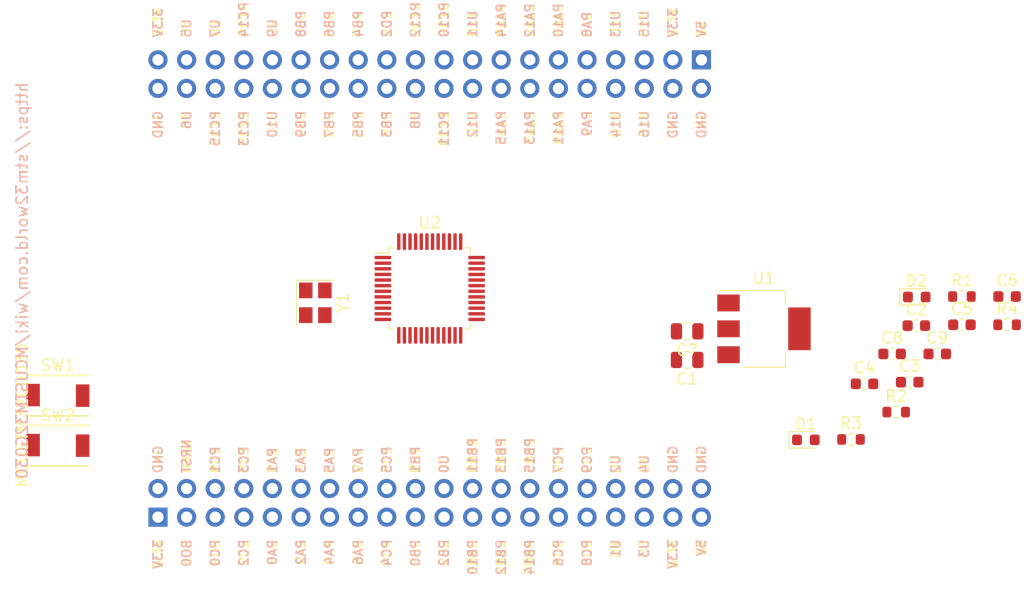
<source format=kicad_pcb>
(kicad_pcb (version 20211014) (generator pcbnew)
  (layers (0 "F.Cu" signal) (31 "B.Cu" signal) (34 "B.Paste" user) (35 "F.Paste" user) (36 "B.SilkS" user "B.Silkscreen") (37 "F.SilkS" user "F.Silkscreen") (38 "B.Mask" user) (39 "F.Mask" user) (44 "Edge.Cuts" user))
  (property "AUTHOR" "Lars Boegild Thomsen")
  (property "AUTHOR_EMAIL" "lth@stm32world.com")
  (property "COMPANY" "STM32World")
  (property "REVISION" "a")
  (property "TITLE" "MCUSTM32GD030")
  (property "URL" "https://stm32world.com/wiki/MCUSTM32G030")
  (net 0 "")
  (net 9 "PA0")
  (net 10 "PA1")
  (net 11 "PA2")
  (net 12 "PA3")
  (net 13 "PA4")
  (net 14 "PA5")
  (net 15 "PA6")
  (net 16 "PA7")
  (net 19 "PB0")
  (net 20 "PB1")
  (net 21 "PB2")
  (net 23 "PB10")
  (net 24 "PB11")
  (net 25 "PB12")
  (net 26 "PB13")
  (net 27 "PB14")
  (net 28 "PB15")
  (net 49 "PA8")
  (net 50 "PA9")
  (net 51 "PA10")
  (net 52 "PA11")
  (net 53 "PA12")
  (net 54 "PA13")
  (net 55 "PA14")
  (net 56 "PA15")
  (net 64 "PB3")
  (net 65 "PB4")
  (net 66 "PB5")
  (net 67 "PB6")
  (net 68 "PB7")
  (net 69 "PB8")
  (net 70 "PB9")
  (net 81 "PC13")
  (net 82 "PC14")
  (net 83 "PC15")
  (net 84 "+3V3")
  (net 86 "GND")
  (net 87 "Net-(C8-Pad1)")
  (net 88 "Net-(C9-Pad1)")
  (net 89 "NRST")
  (net 90 "PC6")
  (net 91 "PC7")
  (net 92 "PD0")
  (net 93 "PD1")
  (net 94 "PD2")
  (net 95 "PD3")
  (net 96 "+5V")
  (net 97 "Net-(D1-Pad1)")
  (net 98 "Net-(D2-Pad1)")
  (net 99 "BO0")
  (footprint "Capacitor_SMD:C_0603_1608Metric" (layer "F.Cu") (at 168.06 101.065)
    (fp_text reference "C8" (at 0 -1.43) (layer "F.SilkS"))
    (fp_text value "~")
    (fp_line (start -0.14058 0.51) (end 0.14058 0.51) (layer "F.SilkS") (width 0.12))
    (fp_line (start -0.14058 -0.51) (end 0.14058 -0.51) (layer "F.SilkS") (width 0.12))
    (pad "1" smd roundrect (at -0.775 0) (size 0.9 0.95) (layers "F.Cu" "F.Paste" "F.Mask") (net 87 "Net-(C8-Pad1)"))
    (pad "2" smd roundrect (at 0.775 0) (size 0.9 0.95) (layers "F.Cu" "F.Paste" "F.Mask") (net 86 "GND"))
  )
  (footprint "stm32world:TS-1088R-02526" (layer "F.Cu") (at 93.98 104.775)
    (fp_text reference "SW1" (at 0 -2.7) (layer "F.SilkS"))
    (fp_text value "~")
    (fp_line (start 2.7 1.8) (end -2.7 1.8) (layer "F.SilkS") (width 0.15))
    (fp_line (start -2.7 -1.8) (end 2.7 -1.8) (layer "F.SilkS") (width 0.15))
    (pad "1" smd rect locked (at -2.2 -0.05) (size 1.2 2) (layers "F.Cu" "F.Paste" "F.Mask") (net 86 "GND"))
    (pad "2" smd rect locked (at 2.2 0) (size 1.2 2) (layers "F.Cu" "F.Paste" "F.Mask") (net 89 "NRST"))
  )
  (footprint "Resistor_SMD:R_0603_1608Metric" (layer "F.Cu") (at 168.42 106.235)
    (fp_text reference "R2" (at 0 -1.43) (layer "F.SilkS"))
    (fp_text value "~")
    (fp_line (start -0.237258 -0.5225) (end 0.237258 -0.5225) (layer "F.SilkS") (width 0.12))
    (fp_line (start -0.237258 0.5225) (end 0.237258 0.5225) (layer "F.SilkS") (width 0.12))
    (pad "1" smd roundrect (at -0.825 0) (size 0.8 0.95) (layers "F.Cu" "F.Paste" "F.Mask") (net 97 "Net-(D1-Pad1)"))
    (pad "2" smd roundrect (at 0.825 0) (size 0.8 0.95) (layers "F.Cu" "F.Paste" "F.Mask") (net 86 "GND"))
  )
  (footprint "Package_TO_SOT_SMD:SOT-223-3_TabPin2" (layer "F.Cu") (at 156.68 98.835)
    (fp_text reference "U1" (at 0 -4.5) (layer "F.SilkS"))
    (fp_text value "~")
    (fp_line (start 1.91 3.41) (end 1.91 2.15) (layer "F.SilkS") (width 0.12))
    (fp_line (start -4.1 -3.41) (end 1.91 -3.41) (layer "F.SilkS") (width 0.12))
    (fp_line (start 1.91 -3.41) (end 1.91 -2.15) (layer "F.SilkS") (width 0.12))
    (fp_line (start -1.85 3.41) (end 1.91 3.41) (layer "F.SilkS") (width 0.12))
    (pad "1" smd rect (at -3.15 -2.3) (size 2 1.5) (layers "F.Cu" "F.Paste" "F.Mask") (net 86 "GND"))
    (pad "2" smd rect (at -3.15 0) (size 2 1.5) (layers "F.Cu" "F.Paste" "F.Mask") (net 84 "+3V3"))
    (pad "2" smd rect (at 3.15 0) (size 2 3.8) (layers "F.Cu" "F.Paste" "F.Mask") (net 84 "+3V3"))
    (pad "3" smd rect (at -3.15 2.3) (size 2 1.5) (layers "F.Cu" "F.Paste" "F.Mask") (net 96 "+5V"))
  )
  (footprint "Capacitor_SMD:C_0603_1608Metric" (layer "F.Cu") (at 165.61 103.725)
    (fp_text reference "C4" (at 0 -1.43) (layer "F.SilkS"))
    (fp_text value "~")
    (fp_line (start -0.14058 0.51) (end 0.14058 0.51) (layer "F.SilkS") (width 0.12))
    (fp_line (start -0.14058 -0.51) (end 0.14058 -0.51) (layer "F.SilkS") (width 0.12))
    (pad "1" smd roundrect (at -0.775 0) (size 0.9 0.95) (layers "F.Cu" "F.Paste" "F.Mask") (net 84 "+3V3"))
    (pad "2" smd roundrect (at 0.775 0) (size 0.9 0.95) (layers "F.Cu" "F.Paste" "F.Mask") (net 86 "GND"))
  )
  (footprint "LED_SMD:LED_0603_1608Metric" (layer "F.Cu") (at 160.4 108.705)
    (fp_text reference "D1" (at 0 -1.43) (layer "F.SilkS"))
    (fp_text value "~")
    (fp_line (start -1.485 0.735) (end 0.8 0.735) (layer "F.SilkS") (width 0.12))
    (fp_line (start 0.8 -0.735) (end -1.485 -0.735) (layer "F.SilkS") (width 0.12))
    (fp_line (start -1.485 -0.735) (end -1.485 0.735) (layer "F.SilkS") (width 0.12))
    (pad "1" smd roundrect (at -0.7875 0) (size 0.875 0.95) (layers "F.Cu" "F.Paste" "F.Mask") (net 97 "Net-(D1-Pad1)"))
    (pad "2" smd roundrect (at 0.7875 0) (size 0.875 0.95) (layers "F.Cu" "F.Paste" "F.Mask") (net 84 "+3V3"))
  )
  (footprint "Resistor_SMD:R_0603_1608Metric" (layer "F.Cu") (at 174.26 95.965)
    (fp_text reference "R1" (at 0 -1.43) (layer "F.SilkS"))
    (fp_text value "~")
    (fp_line (start -0.237258 0.5225) (end 0.237258 0.5225) (layer "F.SilkS") (width 0.12))
    (fp_line (start -0.237258 -0.5225) (end 0.237258 -0.5225) (layer "F.SilkS") (width 0.12))
    (pad "1" smd roundrect (at -0.825 0) (size 0.8 0.95) (layers "F.Cu" "F.Paste" "F.Mask") (net 84 "+3V3"))
    (pad "2" smd roundrect (at 0.825 0) (size 0.8 0.95) (layers "F.Cu" "F.Paste" "F.Mask") (net 89 "NRST"))
  )
  (footprint "Capacitor_SMD:C_0603_1608Metric" (layer "F.Cu") (at 170.21 98.555)
    (fp_text reference "C2" (at 0 -1.43) (layer "F.SilkS"))
    (fp_text value "~")
    (fp_line (start -0.14058 0.51) (end 0.14058 0.51) (layer "F.SilkS") (width 0.12))
    (fp_line (start -0.14058 -0.51) (end 0.14058 -0.51) (layer "F.SilkS") (width 0.12))
    (pad "1" smd roundrect (at -0.775 0) (size 0.9 0.95) (layers "F.Cu" "F.Paste" "F.Mask") (net 84 "+3V3"))
    (pad "2" smd roundrect (at 0.775 0) (size 0.9 0.95) (layers "F.Cu" "F.Paste" "F.Mask") (net 86 "GND"))
  )
  (footprint "Package_QFP:LQFP-48_7x7mm_P0.5mm" (layer "F.Cu") (at 127 95.25)
    (fp_text reference "U2" (at 0 -5.85) (layer "F.SilkS"))
    (fp_text value "STM32G030C6")
    (fp_line (start -3.61 3.61) (end -3.61 3.16) (layer "F.SilkS") (width 0.12))
    (fp_line (start 3.61 3.61) (end 3.61 3.16) (layer "F.SilkS") (width 0.12))
    (fp_line (start 3.16 -3.61) (end 3.61 -3.61) (layer "F.SilkS") (width 0.12))
    (fp_line (start -3.16 -3.61) (end -3.61 -3.61) (layer "F.SilkS") (width 0.12))
    (fp_line (start -3.61 -3.16) (end -4.9 -3.16) (layer "F.SilkS") (width 0.12))
    (fp_line (start -3.61 -3.61) (end -3.61 -3.16) (layer "F.SilkS") (width 0.12))
    (fp_line (start 3.61 -3.61) (end 3.61 -3.16) (layer "F.SilkS") (width 0.12))
    (fp_line (start -3.16 3.61) (end -3.61 3.61) (layer "F.SilkS") (width 0.12))
    (fp_line (start 3.16 3.61) (end 3.61 3.61) (layer "F.SilkS") (width 0.12))
    (pad "1" smd roundrect (at -4.1625 -2.75) (size 1.475 0.3) (layers "F.Cu" "F.Paste" "F.Mask") (net 81 "PC13"))
    (pad "2" smd roundrect (at -4.1625 -2.25) (size 1.475 0.3) (layers "F.Cu" "F.Paste" "F.Mask") (net 82 "PC14"))
    (pad "3" smd roundrect (at -4.1625 -1.75) (size 1.475 0.3) (layers "F.Cu" "F.Paste" "F.Mask") (net 83 "PC15"))
    (pad "4" smd roundrect (at -4.1625 -1.25) (size 1.475 0.3) (layers "F.Cu" "F.Paste" "F.Mask") (net 84 "+3V3"))
    (pad "5" smd roundrect (at -4.1625 -0.75) (size 1.475 0.3) (layers "F.Cu" "F.Paste" "F.Mask"))
    (pad "6" smd roundrect (at -4.1625 -0.25) (size 1.475 0.3) (layers "F.Cu" "F.Paste" "F.Mask") (net 84 "+3V3"))
    (pad "7" smd roundrect (at -4.1625 0.25) (size 1.475 0.3) (layers "F.Cu" "F.Paste" "F.Mask") (net 86 "GND"))
    (pad "8" smd roundrect (at -4.1625 0.75) (size 1.475 0.3) (layers "F.Cu" "F.Paste" "F.Mask") (net 87 "Net-(C8-Pad1)"))
    (pad "9" smd roundrect (at -4.1625 1.25) (size 1.475 0.3) (layers "F.Cu" "F.Paste" "F.Mask") (net 88 "Net-(C9-Pad1)"))
    (pad "10" smd roundrect (at -4.1625 1.75) (size 1.475 0.3) (layers "F.Cu" "F.Paste" "F.Mask") (net 89 "NRST"))
    (pad "11" smd roundrect (at -4.1625 2.25) (size 1.475 0.3) (layers "F.Cu" "F.Paste" "F.Mask") (net 9 "PA0"))
    (pad "12" smd roundrect (at -4.1625 2.75) (size 1.475 0.3) (layers "F.Cu" "F.Paste" "F.Mask") (net 10 "PA1"))
    (pad "13" smd roundrect (at -2.75 4.1625) (size 0.3 1.475) (layers "F.Cu" "F.Paste" "F.Mask") (net 11 "PA2"))
    (pad "14" smd roundrect (at -2.25 4.1625) (size 0.3 1.475) (layers "F.Cu" "F.Paste" "F.Mask") (net 12 "PA3"))
    (pad "15" smd roundrect (at -1.75 4.1625) (size 0.3 1.475) (layers "F.Cu" "F.Paste" "F.Mask") (net 13 "PA4"))
    (pad "16" smd roundrect (at -1.25 4.1625) (size 0.3 1.475) (layers "F.Cu" "F.Paste" "F.Mask") (net 14 "PA5"))
    (pad "17" smd roundrect (at -0.75 4.1625) (size 0.3 1.475) (layers "F.Cu" "F.Paste" "F.Mask") (net 15 "PA6"))
    (pad "18" smd roundrect (at -0.25 4.1625) (size 0.3 1.475) (layers "F.Cu" "F.Paste" "F.Mask") (net 16 "PA7"))
    (pad "19" smd roundrect (at 0.25 4.1625) (size 0.3 1.475) (layers "F.Cu" "F.Paste" "F.Mask") (net 19 "PB0"))
    (pad "20" smd roundrect (at 0.75 4.1625) (size 0.3 1.475) (layers "F.Cu" "F.Paste" "F.Mask") (net 20 "PB1"))
    (pad "21" smd roundrect (at 1.25 4.1625) (size 0.3 1.475) (layers "F.Cu" "F.Paste" "F.Mask") (net 21 "PB2"))
    (pad "22" smd roundrect (at 1.75 4.1625) (size 0.3 1.475) (layers "F.Cu" "F.Paste" "F.Mask") (net 23 "PB10"))
    (pad "23" smd roundrect (at 2.25 4.1625) (size 0.3 1.475) (layers "F.Cu" "F.Paste" "F.Mask") (net 24 "PB11"))
    (pad "24" smd roundrect (at 2.75 4.1625) (size 0.3 1.475) (layers "F.Cu" "F.Paste" "F.Mask") (net 25 "PB12"))
    (pad "25" smd roundrect (at 4.1625 2.75) (size 1.475 0.3) (layers "F.Cu" "F.Paste" "F.Mask") (net 26 "PB13"))
    (pad "26" smd roundrect (at 4.1625 2.25) (size 1.475 0.3) (layers "F.Cu" "F.Paste" "F.Mask") (net 27 "PB14"))
    (pad "27" smd roundrect (at 4.1625 1.75) (size 1.475 0.3) (layers "F.Cu" "F.Paste" "F.Mask") (net 28 "PB15"))
    (pad "28" smd roundrect (at 4.1625 1.25) (size 1.475 0.3) (layers "F.Cu" "F.Paste" "F.Mask") (net 49 "PA8"))
    (pad "29" smd roundrect (at 4.1625 0.75) (size 1.475 0.3) (layers "F.Cu" "F.Paste" "F.Mask") (net 50 "PA9"))
    (pad "30" smd roundrect (at 4.1625 0.25) (size 1.475 0.3) (layers "F.Cu" "F.Paste" "F.Mask") (net 90 "PC6"))
    (pad "31" smd roundrect (at 4.1625 -0.25) (size 1.475 0.3) (layers "F.Cu" "F.Paste" "F.Mask") (net 91 "PC7"))
    (pad "32" smd roundrect (at 4.1625 -0.75) (size 1.475 0.3) (layers "F.Cu" "F.Paste" "F.Mask") (net 51 "PA10"))
    (pad "33" smd roundrect (at 4.1625 -1.25) (size 1.475 0.3) (layers "F.Cu" "F.Paste" "F.Mask") (net 52 "PA11"))
    (pad "34" smd roundrect (at 4.1625 -1.75) (size 1.475 0.3) (layers "F.Cu" "F.Paste" "F.Mask") (net 53 "PA12"))
    (pad "35" smd roundrect (at 4.1625 -2.25) (size 1.475 0.3) (layers "F.Cu" "F.Paste" "F.Mask") (net 54 "PA13"))
    (pad "36" smd roundrect (at 4.1625 -2.75) (size 1.475 0.3) (layers "F.Cu" "F.Paste" "F.Mask") (net 55 "PA14"))
    (pad "37" smd roundrect (at 2.75 -4.1625) (size 0.3 1.475) (layers "F.Cu" "F.Paste" "F.Mask") (net 56 "PA15"))
    (pad "38" smd roundrect (at 2.25 -4.1625) (size 0.3 1.475) (layers "F.Cu" "F.Paste" "F.Mask") (net 92 "PD0"))
    (pad "39" smd roundrect (at 1.75 -4.1625) (size 0.3 1.475) (layers "F.Cu" "F.Paste" "F.Mask") (net 93 "PD1"))
    (pad "40" smd roundrect (at 1.25 -4.1625) (size 0.3 1.475) (layers "F.Cu" "F.Paste" "F.Mask") (net 94 "PD2"))
    (pad "41" smd roundrect (at 0.75 -4.1625) (size 0.3 1.475) (layers "F.Cu" "F.Paste" "F.Mask") (net 95 "PD3"))
    (pad "42" smd roundrect (at 0.25 -4.1625) (size 0.3 1.475) (layers "F.Cu" "F.Paste" "F.Mask") (net 64 "PB3"))
    (pad "43" smd roundrect (at -0.25 -4.1625) (size 0.3 1.475) (layers "F.Cu" "F.Paste" "F.Mask") (net 65 "PB4"))
    (pad "44" smd roundrect (at -0.75 -4.1625) (size 0.3 1.475) (layers "F.Cu" "F.Paste" "F.Mask") (net 66 "PB5"))
    (pad "45" smd roundrect (at -1.25 -4.1625) (size 0.3 1.475) (layers "F.Cu" "F.Paste" "F.Mask") (net 67 "PB6"))
    (pad "46" smd roundrect (at -1.75 -4.1625) (size 0.3 1.475) (layers "F.Cu" "F.Paste" "F.Mask") (net 68 "PB7"))
    (pad "47" smd roundrect (at -2.25 -4.1625) (size 0.3 1.475) (layers "F.Cu" "F.Paste" "F.Mask") (net 69 "PB8"))
    (pad "48" smd roundrect (at -2.75 -4.1625) (size 0.3 1.475) (layers "F.Cu" "F.Paste" "F.Mask") (net 70 "PB9"))
  )
  (footprint "Capacitor_SMD:C_0603_1608Metric" (layer "F.Cu") (at 169.62 103.575)
    (fp_text reference "C3" (at 0 -1.43) (layer "F.SilkS"))
    (fp_text value "~")
    (fp_line (start -0.14058 -0.51) (end 0.14058 -0.51) (layer "F.SilkS") (width 0.12))
    (fp_line (start -0.14058 0.51) (end 0.14058 0.51) (layer "F.SilkS") (width 0.12))
    (pad "1" smd roundrect (at -0.775 0) (size 0.9 0.95) (layers "F.Cu" "F.Paste" "F.Mask") (net 89 "NRST"))
    (pad "2" smd roundrect (at 0.775 0) (size 0.9 0.95) (layers "F.Cu" "F.Paste" "F.Mask") (net 86 "GND"))
  )
  (footprint "stm32world:TS-1088R-02526" (layer "F.Cu") (at 93.98 109.22)
    (fp_text reference "SW2" (at 0 -2.7) (layer "F.SilkS"))
    (fp_text value "~")
    (fp_line (start -2.7 -1.8) (end 2.7 -1.8) (layer "F.SilkS") (width 0.15))
    (fp_line (start 2.7 1.8) (end -2.7 1.8) (layer "F.SilkS") (width 0.15))
    (pad "1" smd rect locked (at -2.2 -0.05) (size 1.2 2) (layers "F.Cu" "F.Paste" "F.Mask") (net 99 "BO0"))
    (pad "2" smd rect locked (at 2.2 0) (size 1.2 2) (layers "F.Cu" "F.Paste" "F.Mask") (net 84 "+3V3"))
  )
  (footprint "Capacitor_SMD:C_0603_1608Metric" (layer "F.Cu") (at 178.27 95.965)
    (fp_text reference "C6" (at 0 -1.43) (layer "F.SilkS"))
    (fp_text value "~")
    (fp_line (start -0.14058 -0.51) (end 0.14058 -0.51) (layer "F.SilkS") (width 0.12))
    (fp_line (start -0.14058 0.51) (end 0.14058 0.51) (layer "F.SilkS") (width 0.12))
    (pad "1" smd roundrect (at -0.775 0) (size 0.9 0.95) (layers "F.Cu" "F.Paste" "F.Mask") (net 84 "+3V3"))
    (pad "2" smd roundrect (at 0.775 0) (size 0.9 0.95) (layers "F.Cu" "F.Paste" "F.Mask") (net 86 "GND"))
  )
  (footprint "Capacitor_SMD:C_0805_2012Metric" (layer "F.Cu") (at 149.86 101.6 180)
    (fp_text reference "C1" (at 0 -1.68) (layer "F.SilkS"))
    (fp_text value "~")
    (fp_line (start -0.261252 0.735) (end 0.261252 0.735) (layer "F.SilkS") (width 0.12))
    (fp_line (start -0.261252 -0.735) (end 0.261252 -0.735) (layer "F.SilkS") (width 0.12))
    (pad "1" smd roundrect (at -0.95 0 180) (size 1 1.45) (layers "F.Cu" "F.Paste" "F.Mask") (net 96 "+5V"))
    (pad "2" smd roundrect (at 0.95 0 180) (size 1 1.45) (layers "F.Cu" "F.Paste" "F.Mask") (net 86 "GND"))
  )
  (footprint "Resistor_SMD:R_0603_1608Metric" (layer "F.Cu") (at 178.27 98.475)
    (fp_text reference "R4" (at 0 -1.43) (layer "F.SilkS"))
    (fp_text value "~")
    (fp_line (start -0.237258 0.5225) (end 0.237258 0.5225) (layer "F.SilkS") (width 0.12))
    (fp_line (start -0.237258 -0.5225) (end 0.237258 -0.5225) (layer "F.SilkS") (width 0.12))
    (pad "1" smd roundrect (at -0.825 0) (size 0.8 0.95) (layers "F.Cu" "F.Paste" "F.Mask") (net 99 "BO0"))
    (pad "2" smd roundrect (at 0.825 0) (size 0.8 0.95) (layers "F.Cu" "F.Paste" "F.Mask") (net 86 "GND"))
  )
  (footprint "Capacitor_SMD:C_0603_1608Metric" (layer "F.Cu") (at 174.26 98.475)
    (fp_text reference "C5" (at 0 -1.43) (layer "F.SilkS"))
    (fp_text value "~")
    (fp_line (start -0.14058 -0.51) (end 0.14058 -0.51) (layer "F.SilkS") (width 0.12))
    (fp_line (start -0.14058 0.51) (end 0.14058 0.51) (layer "F.SilkS") (width 0.12))
    (pad "1" smd roundrect (at -0.775 0) (size 0.9 0.95) (layers "F.Cu" "F.Paste" "F.Mask") (net 84 "+3V3"))
    (pad "2" smd roundrect (at 0.775 0) (size 0.9 0.95) (layers "F.Cu" "F.Paste" "F.Mask") (net 86 "GND"))
  )
  (footprint "Crystal:Crystal_SMD_3225-4Pin_3.2x2.5mm" (layer "F.Cu") (at 116.84 96.52 -90)
    (fp_text reference "Y1" (at 0 -2.45 90) (layer "F.SilkS"))
    (fp_text value "~")
    (fp_line (start -2 1.65) (end 2 1.65) (layer "F.SilkS") (width 0.12))
    (fp_line (start -2 -1.65) (end -2 1.65) (layer "F.SilkS") (width 0.12))
    (pad "1" smd rect (at -1.1 0.85 270) (size 1.4 1.2) (layers "F.Cu" "F.Paste" "F.Mask") (net 87 "Net-(C8-Pad1)"))
    (pad "2" smd rect (at 1.1 0.85 270) (size 1.4 1.2) (layers "F.Cu" "F.Paste" "F.Mask") (net 86 "GND"))
    (pad "3" smd rect (at 1.1 -0.85 270) (size 1.4 1.2) (layers "F.Cu" "F.Paste" "F.Mask") (net 88 "Net-(C9-Pad1)"))
    (pad "4" smd rect (at -1.1 -0.85 270) (size 1.4 1.2) (layers "F.Cu" "F.Paste" "F.Mask") (net 86 "GND"))
  )
  (footprint "Resistor_SMD:R_0603_1608Metric" (layer "F.Cu") (at 164.41 108.665)
    (fp_text reference "R3" (at 0 -1.43) (layer "F.SilkS"))
    (fp_text value "~")
    (fp_line (start -0.237258 -0.5225) (end 0.237258 -0.5225) (layer "F.SilkS") (width 0.12))
    (fp_line (start -0.237258 0.5225) (end 0.237258 0.5225) (layer "F.SilkS") (width 0.12))
    (pad "1" smd roundrect (at -0.825 0) (size 0.8 0.95) (layers "F.Cu" "F.Paste" "F.Mask") (net 98 "Net-(D2-Pad1)"))
    (pad "2" smd roundrect (at 0.825 0) (size 0.8 0.95) (layers "F.Cu" "F.Paste" "F.Mask") (net 81 "PC13"))
  )
  (footprint "LED_SMD:LED_0603_1608Metric" (layer "F.Cu") (at 170.25 96.005)
    (fp_text reference "D2" (at 0 -1.43) (layer "F.SilkS"))
    (fp_text value "~")
    (fp_line (start -1.485 -0.735) (end -1.485 0.735) (layer "F.SilkS") (width 0.12))
    (fp_line (start -1.485 0.735) (end 0.8 0.735) (layer "F.SilkS") (width 0.12))
    (fp_line (start 0.8 -0.735) (end -1.485 -0.735) (layer "F.SilkS") (width 0.12))
    (pad "1" smd roundrect (at -0.7875 0) (size 0.875 0.95) (layers "F.Cu" "F.Paste" "F.Mask") (net 98 "Net-(D2-Pad1)"))
    (pad "2" smd roundrect (at 0.7875 0) (size 0.875 0.95) (layers "F.Cu" "F.Paste" "F.Mask") (net 84 "+3V3"))
  )
  (footprint "Capacitor_SMD:C_0805_2012Metric" (layer "F.Cu") (at 149.86 99.06 180)
    (fp_text reference "C7" (at 0 -1.68) (layer "F.SilkS"))
    (fp_text value "~")
    (fp_line (start -0.261252 0.735) (end 0.261252 0.735) (layer "F.SilkS") (width 0.12))
    (fp_line (start -0.261252 -0.735) (end 0.261252 -0.735) (layer "F.SilkS") (width 0.12))
    (pad "1" smd roundrect (at -0.95 0 180) (size 1 1.45) (layers "F.Cu" "F.Paste" "F.Mask") (net 84 "+3V3"))
    (pad "2" smd roundrect (at 0.95 0 180) (size 1 1.45) (layers "F.Cu" "F.Paste" "F.Mask") (net 86 "GND"))
  )
  (footprint "Capacitor_SMD:C_0603_1608Metric" (layer "F.Cu") (at 172.07 101.065)
    (fp_text reference "C9" (at 0 -1.43) (layer "F.SilkS"))
    (fp_text value "~")
    (fp_line (start -0.14058 -0.51) (end 0.14058 -0.51) (layer "F.SilkS") (width 0.12))
    (fp_line (start -0.14058 0.51) (end 0.14058 0.51) (layer "F.SilkS") (width 0.12))
    (pad "1" smd roundrect (at -0.775 0) (size 0.9 0.95) (layers "F.Cu" "F.Paste" "F.Mask") (net 88 "Net-(C9-Pad1)"))
    (pad "2" smd roundrect (at 0.775 0) (size 0.9 0.95) (layers "F.Cu" "F.Paste" "F.Mask") (net 86 "GND"))
  )
  (footprint "stm32world:STM32WORLD_BASE" (layer "F.Cu") (at 127 95.25)
    (fp_text reference "J1" hide)
    (fp_text value "STM32WORLD_BASE")
    (fp_text user "PC0" (at -19.05 22.225 90) (layer "B.SilkS") (effects (font (size 0.8 0.8)) (justify left mirror)))
    (fp_text user "PB15" (at 8.89 16.51 90) (layer "B.SilkS") (effects (font (size 0.8 0.8)) (justify right mirror)))
    (fp_text user "PB12" (at 6.35 22.225 90) (layer "B.SilkS") (effects (font (size 0.8 0.8)) (justify left mirror)))
    (fp_text user "PB8" (at -11.43 -22.225 90) (layer "B.SilkS") (effects (font (size 0.8 0.8)) (justify right mirror)))
    (fp_text user "U0" (at 1.27 16.51 90) (layer "B.SilkS") (effects (font (size 0.8 0.8)) (justify right mirror)))
    (fp_text user "PC2" (at -16.51 22.225 90) (layer "B.SilkS") (effects (font (size 0.8 0.8)) (justify left mirror)))
    (fp_text user "PA1" (at -13.97 16.51 90) (layer "B.SilkS") (effects (font (size 0.8 0.8)) (justify right mirror)))
    (fp_text user "PB6" (at -8.89 -22.225 90) (layer "B.SilkS") (effects (font (size 0.8 0.8)) (justify right mirror)))
    (fp_text user "PB11" (at 3.81 16.51 90) (layer "B.SilkS") (effects (font (size 0.8 0.8)) (justify right mirror)))
    (fp_text user "GND" (at -24.13 -15.875 90) (layer "B.SilkS") (effects (font (size 0.8 0.8)) (justify left mirror)))
    (fp_text user "PC11" (at 1.27 -15.875 90) (layer "B.SilkS") (effects (font (size 0.8 0.8)) (justify left mirror)))
    (fp_text user "PA0" (at -13.97 22.225 90) (layer "B.SilkS") (effects (font (size 0.8 0.8)) (justify left mirror)))
    (fp_text user "U15" (at 19.05 -22.225 90) (layer "B.SilkS") (effects (font (size 0.8 0.8)) (justify right mirror)))
    (fp_text user "PC12" (at -1.27 -22.225 90) (layer "B.SilkS") (effects (font (size 0.8 0.8)) (justify right mirror)))
    (fp_text user "PA7" (at -6.35 16.51 90) (layer "B.SilkS") (effects (font (size 0.8 0.8)) (justify right mirror)))
    (fp_text user "GND" (at -24.13 16.51 90) (layer "B.SilkS") (effects (font (size 0.8 0.8)) (justify right mirror)))
    (fp_text user "U5" (at -21.59 -22.225 90) (layer "B.SilkS") (effects (font (size 0.8 0.8)) (justify right mirror)))
    (fp_text user "PD2" (at -3.81 -22.225 90) (layer "B.SilkS") (effects (font (size 0.8 0.8)) (justify right mirror)))
    (fp_text user "GND" (at 24.13 16.51 90) (layer "B.SilkS") (effects (font (size 0.8 0.8)) (justify right mirror)))
    (fp_text user "PB2" (at 1.27 22.225 90) (layer "B.SilkS") (effects (font (size 0.8 0.8)) (justify left mirror)))
    (fp_text user "U8" (at -1.27 -15.875 90) (layer "B.SilkS") (effects (font (size 0.8 0.8)) (justify left mirror)))
    (fp_text user "PB5" (at -6.35 -15.875 90) (layer "B.SilkS") (effects (font (size 0.8 0.8)) (justify left mirror)))
    (fp_text user "PC3" (at -16.51 16.51 90) (layer "B.SilkS") (effects (font (size 0.8 0.8)) (justify right mirror)))
    (fp_text user "5V" (at 24.13 22.225 90) (layer "B.SilkS") (effects (font (size 0.8 0.8)) (justify left mirror)))
    (fp_text user "U9" (at -13.97 -22.225 90) (layer "B.SilkS") (effects (font (size 0.8 0.8)) (justify right mirror)))
    (fp_text user "3.3V" (at 21.59 -22.225 90) (layer "B.SilkS") (effects (font (size 0.8 0.8)) (justify right mirror)))
    (fp_text user "PB7" (at -8.89 -15.875 90) (layer "B.SilkS") (effects (font (size 0.8 0.8)) (justify left mirror)))
    (fp_text user "PC8" (at 13.97 22.225 90) (layer "B.SilkS") (effects (font (size 0.8 0.8)) (justify left mirror)))
    (fp_text user "PA8" (at 13.97 -22.225 90) (layer "B.SilkS") (effects (font (size 0.8 0.8)) (justify right mirror)))
    (fp_text user "PB13" (at 6.35 16.51 90) (layer "B.SilkS") (effects (font (size 0.8 0.8)) (justify right mirror)))
    (fp_text user "PB3" (at -3.81 -15.875 90) (layer "B.SilkS") (effects (font (size 0.8 0.8)) (justify left mirror)))
    (fp_text user "PB10" (at 3.81 22.225 90) (layer "B.SilkS") (effects (font (size 0.8 0.8)) (justify left mirror)))
    (fp_text user "PA2" (at -11.43 22.225 90) (layer "B.SilkS") (effects (font (size 0.8 0.8)) (justify left mirror)))
    (fp_text user "PC6" (at 11.43 22.225 90) (layer "B.SilkS") (effects (font (size 0.8 0.8)) (justify left mirror)))
    (fp_text user "PA4" (at -8.89 22.225 90) (layer "B.SilkS") (effects (font (size 0.8 0.8)) (justify left mirror)))
    (fp_text user "U7" (at -19.05 -22.225 90) (layer "B.SilkS") (effects (font (size 0.8 0.8)) (justify right mirror)))
    (fp_text user "U11" (at 3.81 -22.225 90) (layer "B.SilkS") (effects (font (size 0.8 0.8)) (justify right mirror)))
    (fp_text user "PC4" (at -3.81 22.225 90) (layer "B.SilkS") (effects (font (size 0.8 0.8)) (justify left mirror)))
    (fp_text user "U2" (at 16.51 16.51 90) (layer "B.SilkS") (effects (font (size 0.8 0.8)) (justify right mirror)))
    (fp_text user "PC15" (at -19.05 -15.875 90) (layer "B.SilkS") (effects (font (size 0.8 0.8)) (justify left mirror)))
    (fp_text user "PA15" (at 6.35 -15.875 90) (layer "B.SilkS") (effects (font (size 0.8 0.8)) (justify left mirror)))
    (fp_text user "5V" (at 24.13 -22.225 90) (layer "B.SilkS") (effects (font (size 0.8 0.8)) (justify right mirror)))
    (fp_text user "PA9" (at 13.97 -15.875 90) (layer "B.SilkS") (effects (font (size 0.8 0.8)) (justify left mirror)))
    (fp_text user "${URL}" (at -36.195 -18.415 90 unlocked) (layer "B.SilkS") (effects (justify left mirror)))
    (fp_text user "PC10" (at 1.27 -22.225 90) (layer "B.SilkS") (effects (font (size 0.8 0.8)) (justify right mirror)))
    (fp_text user "PA5" (at -8.89 16.51 90) (layer "B.SilkS") (effects (font (size 0.8 0.8)) (justify right mirror)))
    (fp_text user "U12" (at 3.81 -15.875 90) (layer "B.SilkS") (effects (font (size 0.8 0.8)) (justify left mirror)))
    (fp_text user "PB0" (at -1.27 22.225 90) (layer "B.SilkS") (effects (font (size 0.8 0.8)) (justify left mirror)))
    (fp_text user "U14" (at 16.51 -15.875 90) (layer "B.SilkS") (effects (font (size 0.8 0.8)) (justify left mirror)))
    (fp_text user "PA13" (at 8.89 -15.875 90) (layer "B.SilkS") (effects (font (size 0.8 0.8)) (justify left mirror)))
    (fp_text user "PA10" (at 11.43 -22.225 90) (layer "B.SilkS") (effects (font (size 0.8 0.8)) (justify right mirror)))
    (fp_text user "PB4" (at -6.35 -22.225 90) (layer "B.SilkS") (effects (font (size 0.8 0.8)) (justify right mirror)))
    (fp_text user "3.3V" (at -24.13 22.225 90) (layer "B.SilkS") (effects (font (size 0.8 0.8)) (justify left mirror)))
    (fp_text user "PA11" (at 11.43 -15.875 90) (layer "B.SilkS") (effects (font (size 0.8 0.8)) (justify left mirror)))
    (fp_text user "U16" (at 19.05 -15.875 90) (layer "B.SilkS") (effects (font (size 0.8 0.8)) (justify left mirror)))
    (fp_text user "U10" (at -13.97 -15.875 90) (layer "B.SilkS") (effects (font (size 0.8 0.8)) (justify left mirror)))
    (fp_text user "U3" (at 19.05 22.225 90) (layer "B.SilkS") (effects (font (size 0.8 0.8)) (justify left mirror)))
    (fp_text user "GND" (at 21.59 -15.875 90) (layer "B.SilkS") (effects (font (size 0.8 0.8)) (justify left mirror)))
    (fp_text user "PB1" (at -1.27 16.51 90) (layer "B.SilkS") (effects (font (size 0.8 0.8)) (justify right mirror)))
    (fp_text user "PC14" (at -16.51 -22.225 90) (layer "B.SilkS") (effects (font (size 0.8 0.8)) (justify right mirror)))
    (fp_text user "NRST" (at -21.59 16.51 90) (layer "B.SilkS") (effects (font (size 0.8 0.8)) (justify right mirror)))
    (fp_text user "U4" (at 19.05 16.51 90) (layer "B.SilkS") (effects (font (size 0.8 0.8)) (justify right mirror)))
    (fp_text user "U13" (at 16.51 -22.225 90) (layer "B.SilkS") (effects (font (size 0.8 0.8)) (justify right mirror)))
    (fp_text user "PC9" (at 13.97 16.51 90) (layer "B.SilkS") (effects (font (size 0.8 0.8)) (justify right mirror)))
    (fp_text user "3.3V" (at -24.13 -22.225 90) (layer "B.SilkS") (effects (font (size 0.8 0.8)) (justify right mirror)))
    (fp_text user "PB9" (at -11.43 -15.875 90) (layer "B.SilkS") (effects (font (size 0.8 0.8)) (justify left mirror)))
    (fp_text user "PC7" (at 11.43 16.51 90) (layer "B.SilkS") (effects (font (size 0.8 0.8)) (justify right mirror)))
    (fp_text user "BO0" (at -21.59 22.225 90) (layer "B.SilkS") (effects (font (size 0.8 0.8)) (justify left mirror)))
    (fp_text user "PA6" (at -6.35 22.225 90) (layer "B.SilkS") (effects (font (size 0.8 0.8)) (justify left mirror)))
    (fp_text user "PA12" (at 8.89 -22.225 90) (layer "B.SilkS") (effects (font (size 0.8 0.8)) (justify right mirror)))
    (fp_text user "PC5" (at -3.81 16.51 90) (layer "B.SilkS") (effects (font (size 0.8 0.8)) (justify right mirror)))
    (fp_text user "PB14" (at 8.89 22.225 90) (layer "B.SilkS") (effects (font (size 0.8 0.8)) (justify left mirror)))
    (fp_text user "U6" (at -21.59 -15.875 90) (layer "B.SilkS") (effects (font (size 0.8 0.8)) (justify left mirror)))
    (fp_text user "PC1" (at -19.05 16.51 90) (layer "B.SilkS") (effects (font (size 0.8 0.8)) (justify right mirror)))
    (fp_text user "PC13" (at -16.51 -15.875 90) (layer "B.SilkS") (effects (font (size 0.8 0.8)) (justify left mirror)))
    (fp_text user "GND" (at 24.13 -15.875 90) (layer "B.SilkS") (effects (font (size 0.8 0.8)) (justify left mirror)))
    (fp_text user "U1" (at 16.51 22.225 90) (layer "B.SilkS") (effects (font (size 0.8 0.8)) (justify left mirror)))
    (fp_text user "PA3" (at -11.43 16.51 90) (layer "B.SilkS") (effects (font (size 0.8 0.8)) (justify right mirror)))
    (fp_text user "PA14" (at 6.35 -22.225 90) (layer "B.SilkS") (effects (font (size 0.8 0.8)) (justify right mirror)))
    (fp_text user "3.3V" (at 21.59 22.225 90) (layer "B.SilkS") (effects (font (size 0.8 0.8)) (justify left mirror)))
    (fp_text user "GND" (at 21.59 16.51 90) (layer "B.SilkS") (effects (font (size 0.8 0.8)) (justify right mirror)))
    (fp_text user "PA9" (at 13.97 -15.875 90) (layer "F.SilkS") (effects (font (size 0.8 0.8)) (justify right)))
    (fp_text user "PB2" (at 1.27 22.225 90) (layer "F.SilkS") (effects (font (size 0.8 0.8)) (justify right)))
    (fp_text user "PA8" (at 13.97 -22.225 90) (layer "F.SilkS") (effects (font (size 0.8 0.8)) (justify left)))
    (fp_text user "PA11" (at 11.43 -15.875 90) (layer "F.SilkS") (effects (font (size 0.8 0.8)) (justify right)))
    (fp_text user "PC7" (at 11.43 16.51 90) (layer "F.SilkS") (effects (font (size 0.8 0.8)) (justify left)))
    (fp_text user "PC3" (at -16.51 16.51 90) (layer "F.SilkS") (effects (font (size 0.8 0.8)) (justify left)))
    (fp_text user "PB14" (at 8.89 22.225 90) (layer "F.SilkS") (effects (font (size 0.8 0.8)) (justify right)))
    (fp_text user "BO0" (at -21.59 22.225 90) (layer "F.SilkS") (effects (font (size 0.8 0.8)) (justify right)))
    (fp_text user "PB1" (at -1.27 16.51 90) (layer "F.SilkS") (effects (font (size 0.8 0.8)) (justify left)))
    (fp_text user "PB0" (at -1.27 22.225 90) (layer "F.SilkS") (effects (font (size 0.8 0.8)) (justify right)))
    (fp_text user "U3" (at 19.05 22.225 90) (layer "F.SilkS") (effects (font (size 0.8 0.8)) (justify right)))
    (fp_text user "PB15" (at 8.89 16.51 90) (layer "F.SilkS") (effects (font (size 0.8 0.8)) (justify left)))
    (fp_text user "PC12" (at -1.27 -22.225 90) (layer "F.SilkS") (effects (font (size 0.8 0.8)) (justify left)))
    (fp_text user "PB9" (at -11.43 -15.875 90) (layer "F.SilkS") (effects (font (size 0.8 0.8)) (justify right)))
    (fp_text user "PA10" (at 11.43 -22.225 90) (layer "F.SilkS") (effects (font (size 0.8 0.8)) (justify left)))
    (fp_text user "U12" (at 3.81 -15.875 90) (layer "F.SilkS") (effects (font (size 0.8 0.8)) (justify right)))
    (fp_text user "U8" (at -1.27 -15.875 90) (layer "F.SilkS") (effects (font (size 0.8 0.8)) (justify right)))
    (fp_text user "PB6" (at -8.89 -22.225 90) (layer "F.SilkS") (effects (font (size 0.8 0.8)) (justify left)))
    (fp_text user "U13" (at 16.51 -22.225 90) (layer "F.SilkS") (effects (font (size 0.8 0.8)) (justify left)))
    (fp_text user "PA1" (at -13.97 16.51 90) (layer "F.SilkS") (effects (font (size 0.8 0.8)) (justify left)))
    (fp_text user "NRST" (at -21.59 16.51 90) (layer "F.SilkS") (effects (font (size 0.8 0.8)) (justify left)))
    (fp_text user "PC0" (at -19.05 22.225 90) (layer "F.SilkS") (effects (font (size 0.8 0.8)) (justify right)))
    (fp_text user "PB8" (at -11.43 -22.225 90) (layer "F.SilkS") (effects (font (size 0.8 0.8)) (justify left)))
    (fp_text user "GND" (at 21.59 16.51 90) (layer "F.SilkS") (effects (font (size 0.8 0.8)) (justify left)))
    (fp_text user "PC6" (at 11.43 22.225 90) (layer "F.SilkS") (effects (font (size 0.8 0.8)) (justify right)))
    (fp_text user "5V" (at 24.13 -22.225 90) (layer "F.SilkS") (effects (font (size 0.8 0.8)) (justify left)))
    (fp_text user "GND" (at -24.13 16.51 90) (layer "F.SilkS") (effects (font (size 0.8 0.8)) (justify left)))
    (fp_text user "PD2" (at -3.81 -22.225 90) (layer "F.SilkS") (effects (font (size 0.8 0.8)) (justify left)))
    (fp_text user "PB12" (at 6.35 22.225 90) (layer "F.SilkS") (effects (font (size 0.8 0.8)) (justify right)))
    (fp_text user "PC1" (at -19.05 16.51 90) (layer "F.SilkS") (effects (font (size 0.8 0.8)) (justify left)))
    (fp_text user "U1" (at 16.51 22.225 90) (layer "F.SilkS") (effects (font (size 0.8 0.8)) (justify right)))
    (fp_text user "PC4" (at -3.81 22.225 90) (layer "F.SilkS") (effects (font (size 0.8 0.8)) (justify right)))
    (fp_text user "GND" (at 24.13 -15.875 90) (layer "F.SilkS") (effects (font (size 0.8 0.8)) (justify right)))
    (fp_text user "GND" (at 24.13 16.51 90) (layer "F.SilkS") (effects (font (size 0.8 0.8)) (justify left)))
    (fp_text user "3.3V" (at -24.13 22.225 90) (layer "F.SilkS") (effects (font (size 0.8 0.8)) (justify right)))
    (fp_text user "PA12" (at 8.89 -22.225 90) (layer "F.SilkS") (effects (font (size 0.8 0.8)) (justify left)))
    (fp_text user "U6" (at -21.59 -15.875 90) (layer "F.SilkS") (effects (font (size 0.8 0.8)) (justify right)))
    (fp_text user "PC13" (at -16.51 -15.875 90) (layer "F.SilkS") (effects (font (size 0.8 0.8)) (justify right)))
    (fp_text user "PB3" (at -3.81 -15.875 90) (layer "F.SilkS") (effects (font (size 0.8 0.8)) (justify right)))
    (fp_text user "U9" (at -13.97 -22.225 90) (layer "F.SilkS") (effects (font (size 0.8 0.8)) (justify left)))
    (fp_text user "PA6" (at -6.35 22.225 90) (layer "F.SilkS") (effects (font (size 0.8 0.8)) (justify right)))
    (fp_text user "PC15" (at -19.05 -15.875 90) (layer "F.SilkS") (effects (font (size 0.8 0.8)) (justify right)))
    (fp_text user "PB13" (at 6.35 16.51 90) (layer "F.SilkS") (effects (font (size 0.8 0.8)) (justify left)))
    (fp_text user "PA4" (at -8.89 22.225 90) (layer "F.SilkS") (effects (font (size 0.8 0.8)) (justify right)))
    (fp_text user "PB5" (at -6.35 -15.875 90) (layer "F.SilkS") (effects (font (size 0.8 0.8)) (justify right)))
    (fp_text user "3.3V" (at -24.13 -22.225 90) (layer "F.SilkS") (effects (font (size 0.8 0.8)) (justify left)))
    (fp_text user "PC2" (at -16.51 22.225 90) (layer "F.SilkS") (effects (font (size 0.8 0.8)) (justify right)))
    (fp_text user "3.3V" (at 21.59 -22.225 90) (layer "F.SilkS") (effects (font (size 0.8 0.8)) (justify left)))
    (fp_text user "PB7" (at -8.89 -15.875 90) (layer "F.SilkS") (effects (font (size 0.8 0.8)) (justify right)))
    (fp_text user "PA15" (at 6.35 -15.875 90) (layer "F.SilkS") (effects (font (size 0.8 0.8)) (justify right)))
    (fp_text user "U5" (at -21.59 -22.225 90) (layer "F.SilkS") (effects (font (size 0.8 0.8)) (justify left)))
    (fp_text user "PA2" (at -11.43 22.225 90) (layer "F.SilkS") (effects (font (size 0.8 0.8)) (justify right)))
    (fp_text user "PC10" (at 1.27 -22.225 90) (layer "F.SilkS") (effects (font (size 0.8 0.8)) (justify left)))
    (fp_text user "U0" (at 1.27 16.51 90) (layer "F.SilkS") (effects (font (size 0.8 0.8)) (justify left)))
    (fp_text user "GND" (at -24.13 -15.875 90) (layer "F.SilkS") (effects (font (size 0.8 0.8)) (justify right)))
    (fp_text user "PA7" (at -6.35 16.51 90) (layer "F.SilkS") (effects (font (size 0.8 0.8)) (justify left)))
    (fp_text user "U11" (at 3.81 -22.225 90) (layer "F.SilkS") (effects (font (size 0.8 0.8)) (justify left)))
    (fp_text user "GND" (at 21.59 -15.875 90) (layer "F.SilkS") (effects (font (size 0.8 0.8)) (justify right)))
    (fp_text user "U14" (at 16.51 -15.875 90) (layer "F.SilkS") (effects (font (size 0.8 0.8)) (justify right)))
    (fp_text user "PC8" (at 13.97 22.225 90) (layer "F.SilkS") (effects (font (size 0.8 0.8)) (justify right)))
    (fp_text user "U15" (at 19.05 -22.225 90) (layer "F.SilkS") (effects (font (size 0.8 0.8)) (justify left)))
    (fp_text user "PC5" (at -3.81 16.51 90) (layer "F.SilkS") (effects (font (size 0.8 0.8)) (justify left)))
    (fp_text user "${TITLE}" (at -36.195 17.78 90 unlocked) (layer "F.SilkS") (effects (justify left)))
    (fp_text user "U10" (at -13.97 -15.875 90) (layer "F.SilkS") (effects (font (size 0.8 0.8)) (justify right)))
    (fp_text user "3.3V" (at 21.59 22.225 90) (layer "F.SilkS") (effects (font (size 0.8 0.8)) (justify right)))
    (fp_text user "PC14" (at -16.51 -22.225 90) (layer "F.SilkS") (effects (font (size 0.8 0.8)) (justify left)))
    (fp_text user "U16" (at 19.05 -15.875 90) (layer "F.SilkS") (effects (font (size 0.8 0.8)) (justify right)))
    (fp_text user "PC9" (at 13.97 16.51 90) (layer "F.SilkS") (effects (font (size 0.8 0.8)) (justify left)))
    (fp_text user "PB11" (at 3.81 16.51 90) (layer "F.SilkS") (effects (font (size 0.8 0.8)) (justify left)))
    (fp_text user "5V" (at 24.13 22.225 90) (layer "F.SilkS") (effects (font (size 0.8 0.8)) (justify right)))
    (fp_text user "PA0" (at -13.97 22.225 90) (layer "F.SilkS") (effects (font (size 0.8 0.8)) (justify right)))
    (fp_text user "U4" (at 19.05 16.51 90) (layer "F.SilkS") (effects (font (size 0.8 0.8)) (justify left)))
    (fp_text user "U7" (at -19.05 -22.225 90) (layer "F.SilkS") (effects (font (size 0.8 0.8)) (justify left)))
    (fp_text user "PA5" (at -8.89 16.51 90) (layer "F.SilkS") (effects (font (size 0.8 0.8)) (justify left)))
    (fp_text user "PC11" (at 1.27 -15.875 90) (layer "F.SilkS") (effects (font (size 0.8 0.8)) (justify right)))
    (fp_text user "PA13" (at 8.89 -15.875 90) (layer "F.SilkS") (effects (font (size 0.8 0.8)) (justify right)))
    (fp_text user "PA14" (at 6.35 -22.225 90) (layer "F.SilkS") (effects (font (size 0.8 0.8)) (justify left)))
    (fp_text user "PB4" (at -6.35 -22.225 90) (layer "F.SilkS") (effects (font (size 0.8 0.8)) (justify left)))
    (fp_text user "U2" (at 16.51 16.51 90) (layer "F.SilkS") (effects (font (size 0.8 0.8)) (justify left)))
    (fp_text user "PA3" (at -11.43 16.51 90) (layer "F.SilkS") (effects (font (size 0.8 0.8)) (justify left)))
    (fp_text user "PB10" (at 3.81 22.225 90) (layer "F.SilkS") (effects (font (size 0.8 0.8)) (justify right)))
    (pad "" np_thru_hole circle (at -34.29 -21.59) (size 3.2 3.2) (drill 3.2) (layers F&B.Cu *.Mask))
    (pad "" np_thru_hole circle (at 34.29 -21.59) (size 3.2 3.2) (drill 3.2) (layers F&B.Cu *.Mask))
    (pad "" np_thru_hole circle (at -34.29 21.59) (size 3.2 3.2) (drill 3.2) (layers F&B.Cu *.Mask))
    (pad "" np_thru_hole circle (at 34.29 21.59) (size 3.2 3.2) (drill 3.2) (layers F&B.Cu *.Mask))
    (pad "1" thru_hole rect (at -24.13 20.32) (size 1.7 1.7) (drill 1) (layers *.Cu *.Mask))
    (pad "2" thru_hole circle (at -24.13 17.78) (size 1.7 1.7) (drill 1) (layers *.Cu *.Mask))
    (pad "3" thru_hole circle (at -21.59 20.32) (size 1.7 1.7) (drill 1) (layers *.Cu *.Mask))
    (pad "4" thru_hole circle (at -21.59 17.78) (size 1.7 1.7) (drill 1) (layers *.Cu *.Mask))
    (pad "5" thru_hole circle (at -19.05 20.32) (size 1.7 1.7) (drill 1) (layers *.Cu *.Mask))
    (pad "6" thru_hole circle (at -19.05 17.78) (size 1.7 1.7) (drill 1) (layers *.Cu *.Mask))
    (pad "7" thru_hole circle (at -16.51 20.32) (size 1.7 1.7) (drill 1) (layers *.Cu *.Mask))
    (pad "8" thru_hole circle (at -16.51 17.78) (size 1.7 1.7) (drill 1) (layers *.Cu *.Mask))
    (pad "9" thru_hole circle (at -13.97 20.32) (size 1.7 1.7) (drill 1) (layers *.Cu *.Mask) (net 9 "PA0"))
    (pad "10" thru_hole circle (at -13.97 17.78) (size 1.7 1.7) (drill 1) (layers *.Cu *.Mask) (net 10 "PA1"))
    (pad "11" thru_hole circle (at -11.43 20.32) (size 1.7 1.7) (drill 1) (layers *.Cu *.Mask) (net 11 "PA2"))
    (pad "12" thru_hole circle (at -11.43 17.78) (size 1.7 1.7) (drill 1) (layers *.Cu *.Mask) (net 12 "PA3"))
    (pad "13" thru_hole circle (at -8.89 20.32) (size 1.7 1.7) (drill 1) (layers *.Cu *.Mask) (net 13 "PA4"))
    (pad "14" thru_hole circle (at -8.89 17.78) (size 1.7 1.7) (drill 1) (layers *.Cu *.Mask) (net 14 "PA5"))
    (pad "15" thru_hole circle (at -6.35 20.32) (size 1.7 1.7) (drill 1) (layers *.Cu *.Mask) (net 15 "PA6"))
    (pad "16" thru_hole circle (at -6.35 17.78) (size 1.7 1.7) (drill 1) (layers *.Cu *.Mask) (net 16 "PA7"))
    (pad "17" thru_hole circle (at -3.81 20.32) (size 1.7 1.7) (drill 1) (layers *.Cu *.Mask))
    (pad "18" thru_hole circle (at -3.81 17.78) (size 1.7 1.7) (drill 1) (layers *.Cu *.Mask))
    (pad "19" thru_hole circle (at -1.27 20.32) (size 1.7 1.7) (drill 1) (layers *.Cu *.Mask) (net 19 "PB0"))
    (pad "20" thru_hole circle (at -1.27 17.78) (size 1.7 1.7) (drill 1) (layers *.Cu *.Mask) (net 20 "PB1"))
    (pad "21" thru_hole circle (at 1.27 20.32) (size 1.7 1.7) (drill 1) (layers *.Cu *.Mask) (net 21 "PB2"))
    (pad "22" thru_hole circle (at 1.27 17.78) (size 1.7 1.7) (drill 1) (layers *.Cu *.Mask))
    (pad "23" thru_hole circle (at 3.81 20.32) (size 1.7 1.7) (drill 1) (layers *.Cu *.Mask) (net 23 "PB10"))
    (pad "24" thru_hole circle (at 3.81 17.78) (size 1.7 1.7) (drill 1) (layers *.Cu *.Mask) (net 24 "PB11"))
    (pad "25" thru_hole circle (at 6.35 20.32) (size 1.7 1.7) (drill 1) (layers *.Cu *.Mask) (net 25 "PB12"))
    (pad "26" thru_hole circle (at 6.35 17.78) (size 1.7 1.7) (drill 1) (layers *.Cu *.Mask) (net 26 "PB13"))
    (pad "27" thru_hole circle (at 8.89 20.32) (size 1.7 1.7) (drill 1) (layers *.Cu *.Mask) (net 27 "PB14"))
    (pad "28" thru_hole circle (at 8.89 17.78) (size 1.7 1.7) (drill 1) (layers *.Cu *.Mask) (net 28 "PB15"))
    (pad "29" thru_hole circle (at 11.43 20.32) (size 1.7 1.7) (drill 1) (layers *.Cu *.Mask))
    (pad "30" thru_hole circle (at 11.43 17.78) (size 1.7 1.7) (drill 1) (layers *.Cu *.Mask))
    (pad "31" thru_hole circle (at 13.97 20.32) (size 1.7 1.7) (drill 1) (layers *.Cu *.Mask))
    (pad "32" thru_hole circle (at 13.97 17.78) (size 1.7 1.7) (drill 1) (layers *.Cu *.Mask))
    (pad "33" thru_hole circle (at 16.51 20.32) (size 1.7 1.7) (drill 1) (layers *.Cu *.Mask))
    (pad "34" thru_hole circle (at 16.51 17.78) (size 1.7 1.7) (drill 1) (layers *.Cu *.Mask))
    (pad "35" thru_hole circle (at 19.05 20.32) (size 1.7 1.7) (drill 1) (layers *.Cu *.Mask))
    (pad "36" thru_hole circle (at 19.05 17.78) (size 1.7 1.7) (drill 1) (layers *.Cu *.Mask))
    (pad "37" thru_hole circle (at 21.59 20.32) (size 1.7 1.7) (drill 1) (layers *.Cu *.Mask))
    (pad "38" thru_hole circle (at 21.59 17.78) (size 1.7 1.7) (drill 1) (layers *.Cu *.Mask))
    (pad "39" thru_hole circle (at 24.13 20.32) (size 1.7 1.7) (drill 1) (layers *.Cu *.Mask))
    (pad "40" thru_hole circle (at 24.13 17.78) (size 1.7 1.7) (drill 1) (layers *.Cu *.Mask))
    (pad "41" thru_hole rect (at 24.13 -20.32) (size 1.7 1.7) (drill 1) (layers *.Cu *.Mask))
    (pad "42" thru_hole circle (at 24.13 -17.78) (size 1.7 1.7) (drill 1) (layers *.Cu *.Mask))
    (pad "43" thru_hole circle (at 21.59 -20.32) (size 1.7 1.7) (drill 1) (layers *.Cu *.Mask))
    (pad "44" thru_hole circle (at 21.59 -17.78) (size 1.7 1.7) (drill 1) (layers *.Cu *.Mask))
    (pad "45" thru_hole circle (at 19.05 -20.32) (size 1.7 1.7) (drill 1) (layers *.Cu *.Mask))
    (pad "46" thru_hole circle (at 19.05 -17.78) (size 1.7 1.7) (drill 1) (layers *.Cu *.Mask))
    (pad "47" thru_hole circle (at 16.51 -20.32) (size 1.7 1.7) (drill 1) (layers *.Cu *.Mask))
    (pad "48" thru_hole circle (at 16.51 -17.78) (size 1.7 1.7) (drill 1) (layers *.Cu *.Mask))
    (pad "49" thru_hole circle (at 13.97 -20.32) (size 1.7 1.7) (drill 1) (layers *.Cu *.Mask) (net 49 "PA8"))
    (pad "50" thru_hole circle (at 13.97 -17.78) (size 1.7 1.7) (drill 1) (layers *.Cu *.Mask) (net 50 "PA9"))
    (pad "51" thru_hole circle (at 11.43 -20.32) (size 1.7 1.7) (drill 1) (layers *.Cu *.Mask) (net 51 "PA10"))
    (pad "52" thru_hole circle (at 11.43 -17.78) (size 1.7 1.7) (drill 1) (layers *.Cu *.Mask) (net 52 "PA11"))
    (pad "53" thru_hole circle (at 8.89 -20.32) (size 1.7 1.7) (drill 1) (layers *.Cu *.Mask) (net 53 "PA12"))
    (pad "54" thru_hole circle (at 8.89 -17.78) (size 1.7 1.7) (drill 1) (layers *.Cu *.Mask) (net 54 "PA13"))
    (pad "55" thru_hole circle (at 6.35 -20.32) (size 1.7 1.7) (drill 1) (layers *.Cu *.Mask) (net 55 "PA14"))
    (pad "56" thru_hole circle (at 6.35 -17.78) (size 1.7 1.7) (drill 1) (layers *.Cu *.Mask) (net 56 "PA15"))
    (pad "57" thru_hole circle (at 3.81 -20.32) (size 1.7 1.7) (drill 1) (layers *.Cu *.Mask))
    (pad "58" thru_hole circle (at 3.81 -17.78) (size 1.7 1.7) (drill 1) (layers *.Cu *.Mask))
    (pad "59" thru_hole circle (at 1.27 -20.32) (size 1.7 1.7) (drill 1) (layers *.Cu *.Mask))
    (pad "60" thru_hole circle (at 1.27 -17.78) (size 1.7 1.7) (drill 1) (layers *.Cu *.Mask))
    (pad "61" thru_hole circle (at -1.27 -20.32) (size 1.7 1.7) (drill 1) (layers *.Cu *.Mask))
    (pad "62" thru_hole circle (at -1.27 -17.78) (size 1.7 1.7) (drill 1) (layers *.Cu *.Mask))
    (pad "63" thru_hole circle (at -3.81 -20.32) (size 1.7 1.7) (drill 1) (layers *.Cu *.Mask))
    (pad "64" thru_hole circle (at -3.81 -17.78) (size 1.7 1.7) (drill 1) (layers *.Cu *.Mask) (net 64 "PB3"))
    (pad "65" thru_hole circle (at -6.35 -20.32) (size 1.7 1.7) (drill 1) (layers *.Cu *.Mask) (net 65 "PB4"))
    (pad "66" thru_hole circle (at -6.35 -17.78) (size 1.7 1.7) (drill 1) (layers *.Cu *.Mask) (net 66 "PB5"))
    (pad "67" thru_hole circle (at -8.89 -20.32) (size 1.7 1.7) (drill 1) (layers *.Cu *.Mask) (net 67 "PB6"))
    (pad "68" thru_hole circle (at -8.89 -17.78) (size 1.7 1.7) (drill 1) (layers *.Cu *.Mask) (net 68 "PB7"))
    (pad "69" thru_hole circle (at -11.43 -20.32) (size 1.7 1.7) (drill 1) (layers *.Cu *.Mask) (net 69 "PB8"))
    (pad "70" thru_hole circle (at -11.43 -17.78) (size 1.7 1.7) (drill 1) (layers *.Cu *.Mask) (net 70 "PB9"))
    (pad "71" thru_hole circle (at -13.97 -20.32) (size 1.7 1.7) (drill 1) (layers *.Cu *.Mask))
    (pad "72" thru_hole circle (at -13.97 -17.78) (size 1.7 1.7) (drill 1) (layers *.Cu *.Mask))
    (pad "73" thru_hole circle (at -16.51 -20.32) (size 1.7 1.7) (drill 1) (layers *.Cu *.Mask))
    (pad "74" thru_hole circle (at -16.51 -17.78) (size 1.7 1.7) (drill 1) (layers *.Cu *.Mask))
    (pad "75" thru_hole circle (at -19.05 -20.32) (size 1.7 1.7) (drill 1) (layers *.Cu *.Mask))
    (pad "76" thru_hole circle (at -19.05 -17.78) (size 1.7 1.7) (drill 1) (layers *.Cu *.Mask))
    (pad "77" thru_hole circle (at -21.59 -20.32) (size 1.7 1.7) (drill 1) (layers *.Cu *.Mask))
    (pad "78" thru_hole circle (at -21.59 -17.78) (size 1.7 1.7) (drill 1) (layers *.Cu *.Mask))
    (pad "79" thru_hole circle (at -24.13 -20.32) (size 1.7 1.7) (drill 1) (layers *.Cu *.Mask))
    (pad "80" thru_hole circle (at -24.13 -17.78) (size 1.7 1.7) (drill 1) (layers *.Cu *.Mask))
  )
)
</source>
